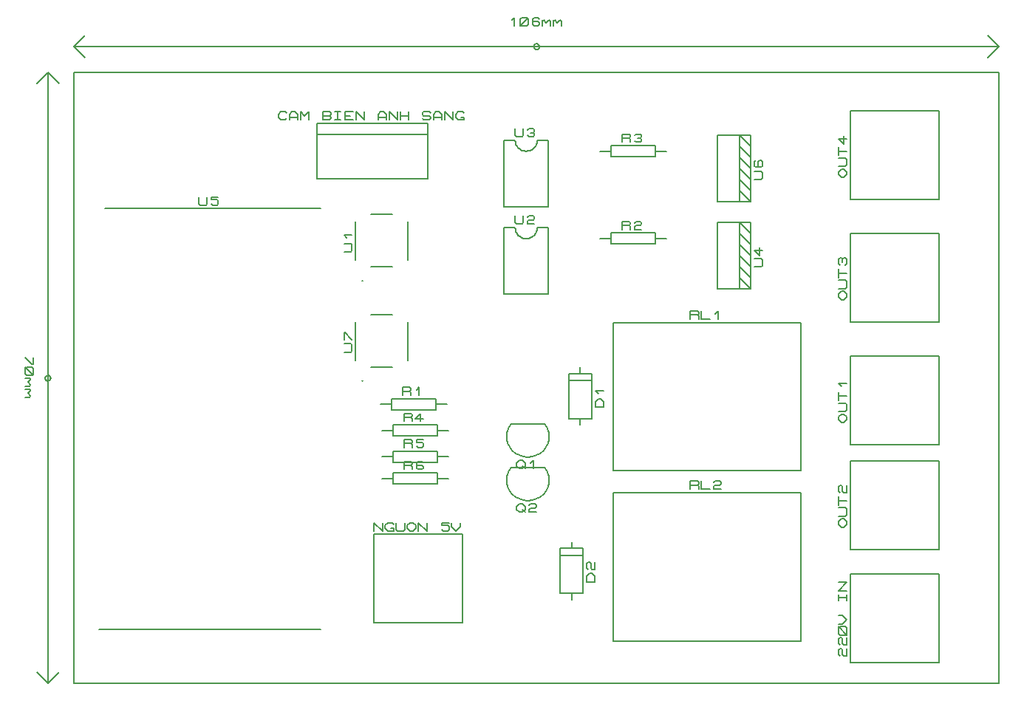
<source format=gbr>
G04 PROTEUS RS274X GERBER FILE*
%FSLAX45Y45*%
%MOMM*%
G01*
%ADD71C,0.203200*%
%ADD24C,0.200000*%
%ADD25C,0.100000*%
D71*
X-1673000Y-750000D02*
X-1546000Y-750000D01*
X-1546000Y-813500D02*
X-1038000Y-813500D01*
X-1038000Y-686500D01*
X-1546000Y-686500D01*
X-1546000Y-813500D01*
X-1038000Y-750000D02*
X-911000Y-750000D01*
X-1419000Y-645860D02*
X-1419000Y-554420D01*
X-1339625Y-554420D01*
X-1323750Y-569660D01*
X-1323750Y-584900D01*
X-1339625Y-600140D01*
X-1419000Y-600140D01*
X-1339625Y-600140D02*
X-1323750Y-615380D01*
X-1323750Y-645860D01*
X-1196750Y-569660D02*
X-1212625Y-554420D01*
X-1260250Y-554420D01*
X-1276125Y-569660D01*
X-1276125Y-630620D01*
X-1260250Y-645860D01*
X-1212625Y-645860D01*
X-1196750Y-630620D01*
X-1196750Y-615380D01*
X-1212625Y-600140D01*
X-1276125Y-600140D01*
X-1673000Y-500000D02*
X-1546000Y-500000D01*
X-1546000Y-563500D02*
X-1038000Y-563500D01*
X-1038000Y-436500D01*
X-1546000Y-436500D01*
X-1546000Y-563500D01*
X-1038000Y-500000D02*
X-911000Y-500000D01*
X-1419000Y-395860D02*
X-1419000Y-304420D01*
X-1339625Y-304420D01*
X-1323750Y-319660D01*
X-1323750Y-334900D01*
X-1339625Y-350140D01*
X-1419000Y-350140D01*
X-1339625Y-350140D02*
X-1323750Y-365380D01*
X-1323750Y-395860D01*
X-1196750Y-304420D02*
X-1276125Y-304420D01*
X-1276125Y-334900D01*
X-1212625Y-334900D01*
X-1196750Y-350140D01*
X-1196750Y-380620D01*
X-1212625Y-395860D01*
X-1260250Y-395860D01*
X-1276125Y-380620D01*
X+190500Y-123000D02*
X-190500Y-123000D01*
X+241300Y-250000D02*
X+239117Y-226312D01*
X+233362Y-203367D01*
X+215900Y-162688D01*
X+190500Y-123000D01*
X+241300Y-250000D02*
X+240438Y-301935D01*
X+229047Y-349963D01*
X+208205Y-393154D01*
X+178991Y-430578D01*
X+142484Y-461305D01*
X+99764Y-484404D01*
X+51910Y-498946D01*
X+0Y-504000D01*
X-241300Y-250000D02*
X-239117Y-226312D01*
X-233362Y-203367D01*
X-215900Y-162688D01*
X-190500Y-123000D01*
X-241300Y-250000D02*
X-240438Y-301935D01*
X-229047Y-349963D01*
X-208205Y-393154D01*
X-178991Y-430578D01*
X-142484Y-461305D01*
X-99764Y-484404D01*
X-51910Y-498946D01*
X+0Y-504000D01*
X-127000Y-575120D02*
X-95250Y-544640D01*
X-63500Y-544640D01*
X-31750Y-575120D01*
X-31750Y-605600D01*
X-63500Y-636080D01*
X-95250Y-636080D01*
X-127000Y-605600D01*
X-127000Y-575120D01*
X-63500Y-605600D02*
X-31750Y-636080D01*
X+31750Y-575120D02*
X+63500Y-544640D01*
X+63500Y-636080D01*
X+190500Y-623000D02*
X-190500Y-623000D01*
X+241300Y-750000D02*
X+239117Y-726312D01*
X+233362Y-703367D01*
X+215900Y-662688D01*
X+190500Y-623000D01*
X+241300Y-750000D02*
X+240438Y-801935D01*
X+229047Y-849963D01*
X+208205Y-893154D01*
X+178991Y-930578D01*
X+142484Y-961305D01*
X+99764Y-984404D01*
X+51910Y-998946D01*
X+0Y-1004000D01*
X-241300Y-750000D02*
X-239117Y-726312D01*
X-233362Y-703367D01*
X-215900Y-662688D01*
X-190500Y-623000D01*
X-241300Y-750000D02*
X-240438Y-801935D01*
X-229047Y-849963D01*
X-208205Y-893154D01*
X-178991Y-930578D01*
X-142484Y-961305D01*
X-99764Y-984404D01*
X-51910Y-998946D01*
X+0Y-1004000D01*
X-127000Y-1075120D02*
X-95250Y-1044640D01*
X-63500Y-1044640D01*
X-31750Y-1075120D01*
X-31750Y-1105600D01*
X-63500Y-1136080D01*
X-95250Y-1136080D01*
X-127000Y-1105600D01*
X-127000Y-1075120D01*
X-63500Y-1105600D02*
X-31750Y-1136080D01*
X+15875Y-1059880D02*
X+31750Y-1044640D01*
X+79375Y-1044640D01*
X+95250Y-1059880D01*
X+95250Y-1075120D01*
X+79375Y-1090360D01*
X+31750Y-1090360D01*
X+15875Y-1105600D01*
X+15875Y-1136080D01*
X+95250Y-1136080D01*
X+977000Y-663000D02*
X+3127000Y-663000D01*
X+3127000Y+1037000D01*
X+977000Y+1037000D01*
X+977000Y-663000D01*
X+1861500Y+1077640D02*
X+1861500Y+1169080D01*
X+1940875Y+1169080D01*
X+1956750Y+1153840D01*
X+1956750Y+1138600D01*
X+1940875Y+1123360D01*
X+1861500Y+1123360D01*
X+1940875Y+1123360D02*
X+1956750Y+1108120D01*
X+1956750Y+1077640D01*
X+1988500Y+1169080D02*
X+1988500Y+1077640D01*
X+2083750Y+1077640D01*
X+2147250Y+1138600D02*
X+2179000Y+1169080D01*
X+2179000Y+1077640D01*
X+977000Y-2613000D02*
X+3127000Y-2613000D01*
X+3127000Y-913000D01*
X+977000Y-913000D01*
X+977000Y-2613000D01*
X+1861500Y-872360D02*
X+1861500Y-780920D01*
X+1940875Y-780920D01*
X+1956750Y-796160D01*
X+1956750Y-811400D01*
X+1940875Y-826640D01*
X+1861500Y-826640D01*
X+1940875Y-826640D02*
X+1956750Y-841880D01*
X+1956750Y-872360D01*
X+1988500Y-780920D02*
X+1988500Y-872360D01*
X+2083750Y-872360D01*
X+2131375Y-796160D02*
X+2147250Y-780920D01*
X+2194875Y-780920D01*
X+2210750Y-796160D01*
X+2210750Y-811400D01*
X+2194875Y-826640D01*
X+2147250Y-826640D01*
X+2131375Y-841880D01*
X+2131375Y-872360D01*
X+2210750Y-872360D01*
X+467920Y-67080D02*
X+734620Y-67080D01*
X+734620Y+451080D01*
X+467920Y+451080D01*
X+467920Y-67080D01*
X+732080Y+369800D02*
X+470460Y+369800D01*
X+600000Y+522200D02*
X+600000Y+451080D01*
X+600000Y-67080D02*
X+600000Y-138200D01*
X+866700Y+65000D02*
X+775260Y+65000D01*
X+775260Y+128500D01*
X+805740Y+160250D01*
X+836220Y+160250D01*
X+866700Y+128500D01*
X+866700Y+65000D01*
X+805740Y+223750D02*
X+775260Y+255500D01*
X+866700Y+255500D01*
X+367920Y-2067080D02*
X+634620Y-2067080D01*
X+634620Y-1548920D01*
X+367920Y-1548920D01*
X+367920Y-2067080D01*
X+632080Y-1630200D02*
X+370460Y-1630200D01*
X+500000Y-1477800D02*
X+500000Y-1548920D01*
X+500000Y-2067080D02*
X+500000Y-2138200D01*
X+766700Y-1935000D02*
X+675260Y-1935000D01*
X+675260Y-1871500D01*
X+705740Y-1839750D01*
X+736220Y-1839750D01*
X+766700Y-1871500D01*
X+766700Y-1935000D01*
X+690500Y-1792125D02*
X+675260Y-1776250D01*
X+675260Y-1728625D01*
X+690500Y-1712750D01*
X+705740Y-1712750D01*
X+720980Y-1728625D01*
X+720980Y-1776250D01*
X+736220Y-1792125D01*
X+766700Y-1792125D01*
X+766700Y-1712750D01*
X+3692000Y-362000D02*
X+4708000Y-362000D01*
X+3692000Y+654000D02*
X+4708000Y+654000D01*
X+4708000Y-362000D02*
X+4708000Y+654000D01*
X+3692000Y-362000D02*
X+3692000Y+654000D01*
X+3590400Y-108000D02*
X+3559920Y-76250D01*
X+3559920Y-44500D01*
X+3590400Y-12750D01*
X+3620880Y-12750D01*
X+3651360Y-44500D01*
X+3651360Y-76250D01*
X+3620880Y-108000D01*
X+3590400Y-108000D01*
X+3559920Y+19000D02*
X+3636120Y+19000D01*
X+3651360Y+34875D01*
X+3651360Y+98375D01*
X+3636120Y+114250D01*
X+3559920Y+114250D01*
X+3559920Y+146000D02*
X+3559920Y+241250D01*
X+3559920Y+193625D02*
X+3651360Y+193625D01*
X+3590400Y+304750D02*
X+3559920Y+336500D01*
X+3651360Y+336500D01*
X+3692000Y-1562000D02*
X+4708000Y-1562000D01*
X+3692000Y-546000D02*
X+4708000Y-546000D01*
X+4708000Y-1562000D02*
X+4708000Y-546000D01*
X+3692000Y-1562000D02*
X+3692000Y-546000D01*
X+3590400Y-1308000D02*
X+3559920Y-1276250D01*
X+3559920Y-1244500D01*
X+3590400Y-1212750D01*
X+3620880Y-1212750D01*
X+3651360Y-1244500D01*
X+3651360Y-1276250D01*
X+3620880Y-1308000D01*
X+3590400Y-1308000D01*
X+3559920Y-1181000D02*
X+3636120Y-1181000D01*
X+3651360Y-1165125D01*
X+3651360Y-1101625D01*
X+3636120Y-1085750D01*
X+3559920Y-1085750D01*
X+3559920Y-1054000D02*
X+3559920Y-958750D01*
X+3559920Y-1006375D02*
X+3651360Y-1006375D01*
X+3575160Y-911125D02*
X+3559920Y-895250D01*
X+3559920Y-847625D01*
X+3575160Y-831750D01*
X+3590400Y-831750D01*
X+3605640Y-847625D01*
X+3605640Y-895250D01*
X+3620880Y-911125D01*
X+3651360Y-911125D01*
X+3651360Y-831750D01*
X+3692000Y-2862000D02*
X+4708000Y-2862000D01*
X+3692000Y-1846000D02*
X+4708000Y-1846000D01*
X+4708000Y-2862000D02*
X+4708000Y-1846000D01*
X+3692000Y-2862000D02*
X+3692000Y-1846000D01*
X+3575160Y-2782625D02*
X+3559920Y-2766750D01*
X+3559920Y-2719125D01*
X+3575160Y-2703250D01*
X+3590400Y-2703250D01*
X+3605640Y-2719125D01*
X+3605640Y-2766750D01*
X+3620880Y-2782625D01*
X+3651360Y-2782625D01*
X+3651360Y-2703250D01*
X+3575160Y-2655625D02*
X+3559920Y-2639750D01*
X+3559920Y-2592125D01*
X+3575160Y-2576250D01*
X+3590400Y-2576250D01*
X+3605640Y-2592125D01*
X+3605640Y-2639750D01*
X+3620880Y-2655625D01*
X+3651360Y-2655625D01*
X+3651360Y-2576250D01*
X+3636120Y-2544500D02*
X+3575160Y-2544500D01*
X+3559920Y-2528625D01*
X+3559920Y-2465125D01*
X+3575160Y-2449250D01*
X+3636120Y-2449250D01*
X+3651360Y-2465125D01*
X+3651360Y-2528625D01*
X+3636120Y-2544500D01*
X+3651360Y-2544500D02*
X+3559920Y-2449250D01*
X+3559920Y-2417500D02*
X+3605640Y-2417500D01*
X+3651360Y-2369875D01*
X+3605640Y-2322250D01*
X+3559920Y-2322250D01*
X+3559920Y-2147625D02*
X+3559920Y-2084125D01*
X+3559920Y-2115875D02*
X+3651360Y-2115875D01*
X+3651360Y-2147625D02*
X+3651360Y-2084125D01*
X+3651360Y-2036500D02*
X+3559920Y-2036500D01*
X+3651360Y-1941250D01*
X+3559920Y-1941250D01*
X-2416000Y+2684000D02*
X-1146000Y+2684000D01*
X-1146000Y+3319000D01*
X-2416000Y+3319000D01*
X-2416000Y+2684000D01*
X-2416000Y+3192000D02*
X-1146000Y+3192000D01*
X-2765250Y+3374880D02*
X-2781125Y+3359640D01*
X-2828750Y+3359640D01*
X-2860500Y+3390120D01*
X-2860500Y+3420600D01*
X-2828750Y+3451080D01*
X-2781125Y+3451080D01*
X-2765250Y+3435840D01*
X-2733500Y+3359640D02*
X-2733500Y+3420600D01*
X-2701750Y+3451080D01*
X-2670000Y+3451080D01*
X-2638250Y+3420600D01*
X-2638250Y+3359640D01*
X-2733500Y+3390120D02*
X-2638250Y+3390120D01*
X-2606500Y+3359640D02*
X-2606500Y+3451080D01*
X-2558875Y+3405360D01*
X-2511250Y+3451080D01*
X-2511250Y+3359640D01*
X-2352500Y+3359640D02*
X-2352500Y+3451080D01*
X-2273125Y+3451080D01*
X-2257250Y+3435840D01*
X-2257250Y+3420600D01*
X-2273125Y+3405360D01*
X-2257250Y+3390120D01*
X-2257250Y+3374880D01*
X-2273125Y+3359640D01*
X-2352500Y+3359640D01*
X-2352500Y+3405360D02*
X-2273125Y+3405360D01*
X-2209625Y+3451080D02*
X-2146125Y+3451080D01*
X-2177875Y+3451080D02*
X-2177875Y+3359640D01*
X-2209625Y+3359640D02*
X-2146125Y+3359640D01*
X-2003250Y+3359640D02*
X-2098500Y+3359640D01*
X-2098500Y+3451080D01*
X-2003250Y+3451080D01*
X-2098500Y+3405360D02*
X-2035000Y+3405360D01*
X-1971500Y+3359640D02*
X-1971500Y+3451080D01*
X-1876250Y+3359640D01*
X-1876250Y+3451080D01*
X-1717500Y+3359640D02*
X-1717500Y+3420600D01*
X-1685750Y+3451080D01*
X-1654000Y+3451080D01*
X-1622250Y+3420600D01*
X-1622250Y+3359640D01*
X-1717500Y+3390120D02*
X-1622250Y+3390120D01*
X-1590500Y+3359640D02*
X-1590500Y+3451080D01*
X-1495250Y+3359640D01*
X-1495250Y+3451080D01*
X-1463500Y+3359640D02*
X-1463500Y+3451080D01*
X-1368250Y+3451080D02*
X-1368250Y+3359640D01*
X-1463500Y+3405360D02*
X-1368250Y+3405360D01*
X-1209500Y+3374880D02*
X-1193625Y+3359640D01*
X-1130125Y+3359640D01*
X-1114250Y+3374880D01*
X-1114250Y+3390120D01*
X-1130125Y+3405360D01*
X-1193625Y+3405360D01*
X-1209500Y+3420600D01*
X-1209500Y+3435840D01*
X-1193625Y+3451080D01*
X-1130125Y+3451080D01*
X-1114250Y+3435840D01*
X-1082500Y+3359640D02*
X-1082500Y+3420600D01*
X-1050750Y+3451080D01*
X-1019000Y+3451080D01*
X-987250Y+3420600D01*
X-987250Y+3359640D01*
X-1082500Y+3390120D02*
X-987250Y+3390120D01*
X-955500Y+3359640D02*
X-955500Y+3451080D01*
X-860250Y+3359640D01*
X-860250Y+3451080D01*
X-765000Y+3390120D02*
X-733250Y+3390120D01*
X-733250Y+3359640D01*
X-796750Y+3359640D01*
X-828500Y+3390120D01*
X-828500Y+3420600D01*
X-796750Y+3451080D01*
X-749125Y+3451080D01*
X-733250Y+3435840D01*
D24*
X-4848000Y+2343000D02*
X-2373000Y+2343000D01*
X-4913000Y-2483000D02*
X-2373000Y-2483000D01*
D71*
X-3770000Y+2474920D02*
X-3770000Y+2398720D01*
X-3754125Y+2383480D01*
X-3690625Y+2383480D01*
X-3674750Y+2398720D01*
X-3674750Y+2474920D01*
X-3547750Y+2474920D02*
X-3627125Y+2474920D01*
X-3627125Y+2444440D01*
X-3563625Y+2444440D01*
X-3547750Y+2429200D01*
X-3547750Y+2398720D01*
X-3563625Y+2383480D01*
X-3611250Y+2383480D01*
X-3627125Y+2398720D01*
X-1762000Y-1392000D02*
X-1762000Y-2408000D01*
X-746000Y-1392000D02*
X-746000Y-2408000D01*
X-1762000Y-2408000D02*
X-746000Y-2408000D01*
X-1762000Y-1392000D02*
X-746000Y-1392000D01*
X-1762000Y-1351360D02*
X-1762000Y-1259920D01*
X-1666750Y-1351360D01*
X-1666750Y-1259920D01*
X-1571500Y-1320880D02*
X-1539750Y-1320880D01*
X-1539750Y-1351360D01*
X-1603250Y-1351360D01*
X-1635000Y-1320880D01*
X-1635000Y-1290400D01*
X-1603250Y-1259920D01*
X-1555625Y-1259920D01*
X-1539750Y-1275160D01*
X-1508000Y-1259920D02*
X-1508000Y-1336120D01*
X-1492125Y-1351360D01*
X-1428625Y-1351360D01*
X-1412750Y-1336120D01*
X-1412750Y-1259920D01*
X-1381000Y-1290400D02*
X-1349250Y-1259920D01*
X-1317500Y-1259920D01*
X-1285750Y-1290400D01*
X-1285750Y-1320880D01*
X-1317500Y-1351360D01*
X-1349250Y-1351360D01*
X-1381000Y-1320880D01*
X-1381000Y-1290400D01*
X-1254000Y-1351360D02*
X-1254000Y-1259920D01*
X-1158750Y-1351360D01*
X-1158750Y-1259920D01*
X-904750Y-1259920D02*
X-984125Y-1259920D01*
X-984125Y-1290400D01*
X-920625Y-1290400D01*
X-904750Y-1305640D01*
X-904750Y-1336120D01*
X-920625Y-1351360D01*
X-968250Y-1351360D01*
X-984125Y-1336120D01*
X-873000Y-1259920D02*
X-873000Y-1305640D01*
X-825375Y-1351360D01*
X-777750Y-1305640D01*
X-777750Y-1259920D01*
X-1689000Y+100000D02*
X-1562000Y+100000D01*
X-1562000Y+36500D02*
X-1054000Y+36500D01*
X-1054000Y+163500D01*
X-1562000Y+163500D01*
X-1562000Y+36500D01*
X-1054000Y+100000D02*
X-927000Y+100000D01*
X-1435000Y+204140D02*
X-1435000Y+295580D01*
X-1355625Y+295580D01*
X-1339750Y+280340D01*
X-1339750Y+265100D01*
X-1355625Y+249860D01*
X-1435000Y+249860D01*
X-1355625Y+249860D02*
X-1339750Y+234620D01*
X-1339750Y+204140D01*
X-1276250Y+265100D02*
X-1244500Y+295580D01*
X-1244500Y+204140D01*
X-1673000Y-200000D02*
X-1546000Y-200000D01*
X-1546000Y-263500D02*
X-1038000Y-263500D01*
X-1038000Y-136500D01*
X-1546000Y-136500D01*
X-1546000Y-263500D01*
X-1038000Y-200000D02*
X-911000Y-200000D01*
X-1419000Y-95860D02*
X-1419000Y-4420D01*
X-1339625Y-4420D01*
X-1323750Y-19660D01*
X-1323750Y-34900D01*
X-1339625Y-50140D01*
X-1419000Y-50140D01*
X-1339625Y-50140D02*
X-1323750Y-65380D01*
X-1323750Y-95860D01*
X-1196750Y-65380D02*
X-1292000Y-65380D01*
X-1228500Y-4420D01*
X-1228500Y-95860D01*
X-273000Y+2127000D02*
X-146000Y+2127000D01*
X-19000Y+2000000D02*
X+6876Y+2002436D01*
X+30848Y+2009485D01*
X+52438Y+2020762D01*
X+71170Y+2035878D01*
X+86569Y+2054446D01*
X+98158Y+2076081D01*
X+105460Y+2100394D01*
X+108000Y+2127000D01*
X-19000Y+2000000D02*
X-45606Y+2002436D01*
X-69919Y+2009485D01*
X-91554Y+2020762D01*
X-110122Y+2035878D01*
X-125238Y+2054446D01*
X-136515Y+2076081D01*
X-143564Y+2100394D01*
X-146000Y+2127000D01*
X+108000Y+2127000D02*
X+235000Y+2127000D01*
X-273000Y+1365000D02*
X+235000Y+1365000D01*
X-273000Y+2127000D02*
X-273000Y+1365000D01*
X+235000Y+2127000D02*
X+235000Y+1365000D01*
X-146000Y+2259080D02*
X-146000Y+2182880D01*
X-130125Y+2167640D01*
X-66625Y+2167640D01*
X-50750Y+2182880D01*
X-50750Y+2259080D01*
X-3125Y+2243840D02*
X+12750Y+2259080D01*
X+60375Y+2259080D01*
X+76250Y+2243840D01*
X+76250Y+2228600D01*
X+60375Y+2213360D01*
X+12750Y+2213360D01*
X-3125Y+2198120D01*
X-3125Y+2167640D01*
X+76250Y+2167640D01*
X-273000Y+3127000D02*
X-146000Y+3127000D01*
X-19000Y+3000000D02*
X+6876Y+3002436D01*
X+30848Y+3009485D01*
X+52438Y+3020762D01*
X+71170Y+3035878D01*
X+86569Y+3054446D01*
X+98158Y+3076081D01*
X+105460Y+3100394D01*
X+108000Y+3127000D01*
X-19000Y+3000000D02*
X-45606Y+3002436D01*
X-69919Y+3009485D01*
X-91554Y+3020762D01*
X-110122Y+3035878D01*
X-125238Y+3054446D01*
X-136515Y+3076081D01*
X-143564Y+3100394D01*
X-146000Y+3127000D01*
X+108000Y+3127000D02*
X+235000Y+3127000D01*
X-273000Y+2365000D02*
X+235000Y+2365000D01*
X-273000Y+3127000D02*
X-273000Y+2365000D01*
X+235000Y+3127000D02*
X+235000Y+2365000D01*
X-146000Y+3259080D02*
X-146000Y+3182880D01*
X-130125Y+3167640D01*
X-66625Y+3167640D01*
X-50750Y+3182880D01*
X-50750Y+3259080D01*
X-3125Y+3243840D02*
X+12750Y+3259080D01*
X+60375Y+3259080D01*
X+76250Y+3243840D01*
X+76250Y+3228600D01*
X+60375Y+3213360D01*
X+76250Y+3198120D01*
X+76250Y+3182880D01*
X+60375Y+3167640D01*
X+12750Y+3167640D01*
X-3125Y+3182880D01*
X+28625Y+3213360D02*
X+60375Y+3213360D01*
X+827000Y+2000000D02*
X+954000Y+2000000D01*
X+954000Y+1936500D02*
X+1462000Y+1936500D01*
X+1462000Y+2063500D01*
X+954000Y+2063500D01*
X+954000Y+1936500D01*
X+1462000Y+2000000D02*
X+1589000Y+2000000D01*
X+1081000Y+2104140D02*
X+1081000Y+2195580D01*
X+1160375Y+2195580D01*
X+1176250Y+2180340D01*
X+1176250Y+2165100D01*
X+1160375Y+2149860D01*
X+1081000Y+2149860D01*
X+1160375Y+2149860D02*
X+1176250Y+2134620D01*
X+1176250Y+2104140D01*
X+1223875Y+2180340D02*
X+1239750Y+2195580D01*
X+1287375Y+2195580D01*
X+1303250Y+2180340D01*
X+1303250Y+2165100D01*
X+1287375Y+2149860D01*
X+1239750Y+2149860D01*
X+1223875Y+2134620D01*
X+1223875Y+2104140D01*
X+1303250Y+2104140D01*
X+827000Y+3000000D02*
X+954000Y+3000000D01*
X+954000Y+2936500D02*
X+1462000Y+2936500D01*
X+1462000Y+3063500D01*
X+954000Y+3063500D01*
X+954000Y+2936500D01*
X+1462000Y+3000000D02*
X+1589000Y+3000000D01*
X+1081000Y+3104140D02*
X+1081000Y+3195580D01*
X+1160375Y+3195580D01*
X+1176250Y+3180340D01*
X+1176250Y+3165100D01*
X+1160375Y+3149860D01*
X+1081000Y+3149860D01*
X+1160375Y+3149860D02*
X+1176250Y+3134620D01*
X+1176250Y+3104140D01*
X+1223875Y+3180340D02*
X+1239750Y+3195580D01*
X+1287375Y+3195580D01*
X+1303250Y+3180340D01*
X+1303250Y+3165100D01*
X+1287375Y+3149860D01*
X+1303250Y+3134620D01*
X+1303250Y+3119380D01*
X+1287375Y+3104140D01*
X+1239750Y+3104140D01*
X+1223875Y+3119380D01*
X+1255625Y+3149860D02*
X+1287375Y+3149860D01*
X+2173000Y+1419000D02*
X+2427000Y+1419000D01*
X+2427000Y+2181000D01*
X+2173000Y+2181000D01*
X+2173000Y+1419000D01*
X+2427000Y+2181000D02*
X+2554000Y+2181000D01*
X+2554000Y+1419000D01*
X+2427000Y+1419000D01*
X+2427000Y+2181000D02*
X+2554000Y+2054000D01*
X+2427000Y+2054000D02*
X+2554000Y+1927000D01*
X+2427000Y+1927000D02*
X+2554000Y+1800000D01*
X+2427000Y+1800000D02*
X+2554000Y+1673000D01*
X+2427000Y+1673000D02*
X+2554000Y+1546000D01*
X+2427000Y+1546000D02*
X+2554000Y+1419000D01*
X+2594640Y+1673000D02*
X+2670840Y+1673000D01*
X+2686080Y+1688875D01*
X+2686080Y+1752375D01*
X+2670840Y+1768250D01*
X+2594640Y+1768250D01*
X+2655600Y+1895250D02*
X+2655600Y+1800000D01*
X+2594640Y+1863500D01*
X+2686080Y+1863500D01*
X+2173000Y+2419000D02*
X+2427000Y+2419000D01*
X+2427000Y+3181000D01*
X+2173000Y+3181000D01*
X+2173000Y+2419000D01*
X+2427000Y+3181000D02*
X+2554000Y+3181000D01*
X+2554000Y+2419000D01*
X+2427000Y+2419000D01*
X+2427000Y+3181000D02*
X+2554000Y+3054000D01*
X+2427000Y+3054000D02*
X+2554000Y+2927000D01*
X+2427000Y+2927000D02*
X+2554000Y+2800000D01*
X+2427000Y+2800000D02*
X+2554000Y+2673000D01*
X+2427000Y+2673000D02*
X+2554000Y+2546000D01*
X+2427000Y+2546000D02*
X+2554000Y+2419000D01*
X+2594640Y+2673000D02*
X+2670840Y+2673000D01*
X+2686080Y+2688875D01*
X+2686080Y+2752375D01*
X+2670840Y+2768250D01*
X+2594640Y+2768250D01*
X+2609880Y+2895250D02*
X+2594640Y+2879375D01*
X+2594640Y+2831750D01*
X+2609880Y+2815875D01*
X+2670840Y+2815875D01*
X+2686080Y+2831750D01*
X+2686080Y+2879375D01*
X+2670840Y+2895250D01*
X+2655600Y+2895250D01*
X+2640360Y+2879375D01*
X+2640360Y+2815875D01*
X+3692000Y+1046000D02*
X+4708000Y+1046000D01*
X+3692000Y+2062000D02*
X+4708000Y+2062000D01*
X+4708000Y+1046000D02*
X+4708000Y+2062000D01*
X+3692000Y+1046000D02*
X+3692000Y+2062000D01*
X+3590400Y+1300000D02*
X+3559920Y+1331750D01*
X+3559920Y+1363500D01*
X+3590400Y+1395250D01*
X+3620880Y+1395250D01*
X+3651360Y+1363500D01*
X+3651360Y+1331750D01*
X+3620880Y+1300000D01*
X+3590400Y+1300000D01*
X+3559920Y+1427000D02*
X+3636120Y+1427000D01*
X+3651360Y+1442875D01*
X+3651360Y+1506375D01*
X+3636120Y+1522250D01*
X+3559920Y+1522250D01*
X+3559920Y+1554000D02*
X+3559920Y+1649250D01*
X+3559920Y+1601625D02*
X+3651360Y+1601625D01*
X+3575160Y+1696875D02*
X+3559920Y+1712750D01*
X+3559920Y+1760375D01*
X+3575160Y+1776250D01*
X+3590400Y+1776250D01*
X+3605640Y+1760375D01*
X+3620880Y+1776250D01*
X+3636120Y+1776250D01*
X+3651360Y+1760375D01*
X+3651360Y+1712750D01*
X+3636120Y+1696875D01*
X+3605640Y+1728625D02*
X+3605640Y+1760375D01*
X+3692000Y+2446000D02*
X+4708000Y+2446000D01*
X+3692000Y+3462000D02*
X+4708000Y+3462000D01*
X+4708000Y+2446000D02*
X+4708000Y+3462000D01*
X+3692000Y+2446000D02*
X+3692000Y+3462000D01*
X+3590400Y+2700000D02*
X+3559920Y+2731750D01*
X+3559920Y+2763500D01*
X+3590400Y+2795250D01*
X+3620880Y+2795250D01*
X+3651360Y+2763500D01*
X+3651360Y+2731750D01*
X+3620880Y+2700000D01*
X+3590400Y+2700000D01*
X+3559920Y+2827000D02*
X+3636120Y+2827000D01*
X+3651360Y+2842875D01*
X+3651360Y+2906375D01*
X+3636120Y+2922250D01*
X+3559920Y+2922250D01*
X+3559920Y+2954000D02*
X+3559920Y+3049250D01*
X+3559920Y+3001625D02*
X+3651360Y+3001625D01*
X+3620880Y+3176250D02*
X+3620880Y+3081000D01*
X+3559920Y+3144500D01*
X+3651360Y+3144500D01*
X-5200000Y-3100000D02*
X+5400000Y-3100000D01*
X+5400000Y+3900000D01*
X-5200000Y+3900000D01*
X-5200000Y-3100000D01*
D24*
X-1975000Y+1755000D02*
X-1975000Y+2195000D01*
X-1795000Y+1675000D02*
X-1555000Y+1675000D01*
X-1375000Y+1755000D02*
X-1375000Y+2195000D01*
X-1795000Y+2275000D02*
X-1555000Y+2275000D01*
D25*
X-1900000Y+1515000D02*
X-1895000Y+1520000D01*
X-1900000Y+1525000D01*
X-1905000Y+1520000D01*
X-1900000Y+1515000D01*
D71*
X-2106920Y+1848000D02*
X-2030720Y+1848000D01*
X-2015480Y+1863875D01*
X-2015480Y+1927375D01*
X-2030720Y+1943250D01*
X-2106920Y+1943250D01*
X-2076440Y+2006750D02*
X-2106920Y+2038500D01*
X-2015480Y+2038500D01*
D24*
X-1975000Y+605000D02*
X-1975000Y+1045000D01*
X-1795000Y+525000D02*
X-1555000Y+525000D01*
X-1375000Y+605000D02*
X-1375000Y+1045000D01*
X-1795000Y+1125000D02*
X-1555000Y+1125000D01*
D25*
X-1900000Y+365000D02*
X-1895000Y+370000D01*
X-1900000Y+375000D01*
X-1905000Y+370000D01*
X-1900000Y+365000D01*
D71*
X-2106920Y+698000D02*
X-2030720Y+698000D01*
X-2015480Y+713875D01*
X-2015480Y+777375D01*
X-2030720Y+793250D01*
X-2106920Y+793250D01*
X-2106920Y+840875D02*
X-2106920Y+920250D01*
X-2091680Y+920250D01*
X-2015480Y+840875D01*
X-5500000Y+3900000D02*
X-5500000Y-3100000D01*
X-5500000Y+3900000D02*
X-5627000Y+3773000D01*
X-5500000Y+3900000D02*
X-5373000Y+3773000D01*
X-5500000Y-3100000D02*
X-5373000Y-2973000D01*
X-5500000Y-3100000D02*
X-5627000Y-2973000D01*
X-5468250Y+400000D02*
X-5468359Y+402634D01*
X-5469249Y+407903D01*
X-5471111Y+413172D01*
X-5474154Y+418441D01*
X-5478809Y+423643D01*
X-5484078Y+427469D01*
X-5489347Y+429909D01*
X-5494616Y+431290D01*
X-5499885Y+431750D01*
X-5500000Y+431750D01*
X-5531750Y+400000D02*
X-5531641Y+402634D01*
X-5530751Y+407903D01*
X-5528889Y+413172D01*
X-5525846Y+418441D01*
X-5521191Y+423643D01*
X-5515922Y+427469D01*
X-5510653Y+429909D01*
X-5505384Y+431290D01*
X-5500115Y+431750D01*
X-5500000Y+431750D01*
X-5531750Y+400000D02*
X-5531641Y+397366D01*
X-5530751Y+392097D01*
X-5528889Y+386828D01*
X-5525846Y+381559D01*
X-5521191Y+376357D01*
X-5515922Y+372531D01*
X-5510653Y+370091D01*
X-5505384Y+368710D01*
X-5500115Y+368250D01*
X-5500000Y+368250D01*
X-5468250Y+400000D02*
X-5468359Y+397366D01*
X-5469249Y+392097D01*
X-5471111Y+386828D01*
X-5474154Y+381559D01*
X-5478809Y+376357D01*
X-5484078Y+372531D01*
X-5489347Y+370091D01*
X-5494616Y+368710D01*
X-5499885Y+368250D01*
X-5500000Y+368250D01*
X-5667920Y+638125D02*
X-5667920Y+558750D01*
X-5683160Y+558750D01*
X-5759360Y+638125D01*
X-5744120Y+527000D02*
X-5683160Y+527000D01*
X-5667920Y+511125D01*
X-5667920Y+447625D01*
X-5683160Y+431750D01*
X-5744120Y+431750D01*
X-5759360Y+447625D01*
X-5759360Y+511125D01*
X-5744120Y+527000D01*
X-5759360Y+527000D02*
X-5667920Y+431750D01*
X-5759360Y+400000D02*
X-5698400Y+400000D01*
X-5713640Y+400000D02*
X-5698400Y+384125D01*
X-5728880Y+352375D01*
X-5698400Y+320625D01*
X-5713640Y+304750D01*
X-5759360Y+304750D01*
X-5759360Y+273000D02*
X-5698400Y+273000D01*
X-5713640Y+273000D02*
X-5698400Y+257125D01*
X-5728880Y+225375D01*
X-5698400Y+193625D01*
X-5713640Y+177750D01*
X-5759360Y+177750D01*
X-5200000Y+4200000D02*
X+5400000Y+4200000D01*
X-5200000Y+4200000D02*
X-5073000Y+4073000D01*
X-5200000Y+4200000D02*
X-5073000Y+4327000D01*
X+5400000Y+4200000D02*
X+5273000Y+4327000D01*
X+5400000Y+4200000D02*
X+5273000Y+4073000D01*
X+131750Y+4200000D02*
X+131641Y+4202634D01*
X+130751Y+4207903D01*
X+128889Y+4213172D01*
X+125846Y+4218441D01*
X+121191Y+4223643D01*
X+115922Y+4227469D01*
X+110653Y+4229909D01*
X+105384Y+4231290D01*
X+100115Y+4231750D01*
X+100000Y+4231750D01*
X+68250Y+4200000D02*
X+68359Y+4202634D01*
X+69249Y+4207903D01*
X+71111Y+4213172D01*
X+74154Y+4218441D01*
X+78809Y+4223643D01*
X+84078Y+4227469D01*
X+89347Y+4229909D01*
X+94616Y+4231290D01*
X+99885Y+4231750D01*
X+100000Y+4231750D01*
X+68250Y+4200000D02*
X+68359Y+4197366D01*
X+69249Y+4192097D01*
X+71111Y+4186828D01*
X+74154Y+4181559D01*
X+78809Y+4176357D01*
X+84078Y+4172531D01*
X+89347Y+4170091D01*
X+94616Y+4168710D01*
X+99885Y+4168250D01*
X+100000Y+4168250D01*
X+131750Y+4200000D02*
X+131641Y+4197366D01*
X+130751Y+4192097D01*
X+128889Y+4186828D01*
X+125846Y+4181559D01*
X+121191Y+4176357D01*
X+115922Y+4172531D01*
X+110653Y+4170091D01*
X+105384Y+4168710D01*
X+100115Y+4168250D01*
X+100000Y+4168250D01*
X-185750Y+4501600D02*
X-154000Y+4532080D01*
X-154000Y+4440640D01*
X-90500Y+4455880D02*
X-90500Y+4516840D01*
X-74625Y+4532080D01*
X-11125Y+4532080D01*
X+4750Y+4516840D01*
X+4750Y+4455880D01*
X-11125Y+4440640D01*
X-74625Y+4440640D01*
X-90500Y+4455880D01*
X-90500Y+4440640D02*
X+4750Y+4532080D01*
X+131750Y+4516840D02*
X+115875Y+4532080D01*
X+68250Y+4532080D01*
X+52375Y+4516840D01*
X+52375Y+4455880D01*
X+68250Y+4440640D01*
X+115875Y+4440640D01*
X+131750Y+4455880D01*
X+131750Y+4471120D01*
X+115875Y+4486360D01*
X+52375Y+4486360D01*
X+163500Y+4440640D02*
X+163500Y+4501600D01*
X+163500Y+4486360D02*
X+179375Y+4501600D01*
X+211125Y+4471120D01*
X+242875Y+4501600D01*
X+258750Y+4486360D01*
X+258750Y+4440640D01*
X+290500Y+4440640D02*
X+290500Y+4501600D01*
X+290500Y+4486360D02*
X+306375Y+4501600D01*
X+338125Y+4471120D01*
X+369875Y+4501600D01*
X+385750Y+4486360D01*
X+385750Y+4440640D01*
M02*

</source>
